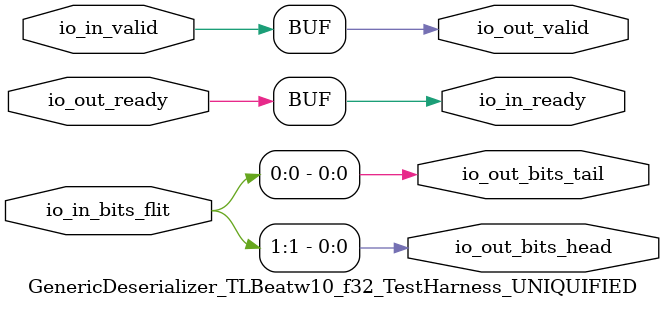
<source format=sv>
module GenericDeserializer_TLBeatw10_f32_TestHarness_UNIQUIFIED(	// @[generators/testchipip/src/main/scala/serdes/Serdes.scala:37:7]
  output        io_in_ready,	// @[generators/testchipip/src/main/scala/serdes/Serdes.scala:39:14]
  input         io_in_valid,	// @[generators/testchipip/src/main/scala/serdes/Serdes.scala:39:14]
  input  [31:0] io_in_bits_flit,	// @[generators/testchipip/src/main/scala/serdes/Serdes.scala:39:14]
  input         io_out_ready,	// @[generators/testchipip/src/main/scala/serdes/Serdes.scala:39:14]
  output        io_out_valid,	// @[generators/testchipip/src/main/scala/serdes/Serdes.scala:39:14]
  output        io_out_bits_head,	// @[generators/testchipip/src/main/scala/serdes/Serdes.scala:39:14]
  output        io_out_bits_tail	// @[generators/testchipip/src/main/scala/serdes/Serdes.scala:39:14]
);

  assign io_in_ready = io_out_ready;	// @[generators/testchipip/src/main/scala/serdes/Serdes.scala:37:7]
  assign io_out_valid = io_in_valid;	// @[generators/testchipip/src/main/scala/serdes/Serdes.scala:37:7]
  assign io_out_bits_head = io_in_bits_flit[1];	// @[generators/testchipip/src/main/scala/serdes/Serdes.scala:37:7, :54:29]
  assign io_out_bits_tail = io_in_bits_flit[0];	// @[generators/testchipip/src/main/scala/serdes/Serdes.scala:37:7, :54:29]
endmodule


</source>
